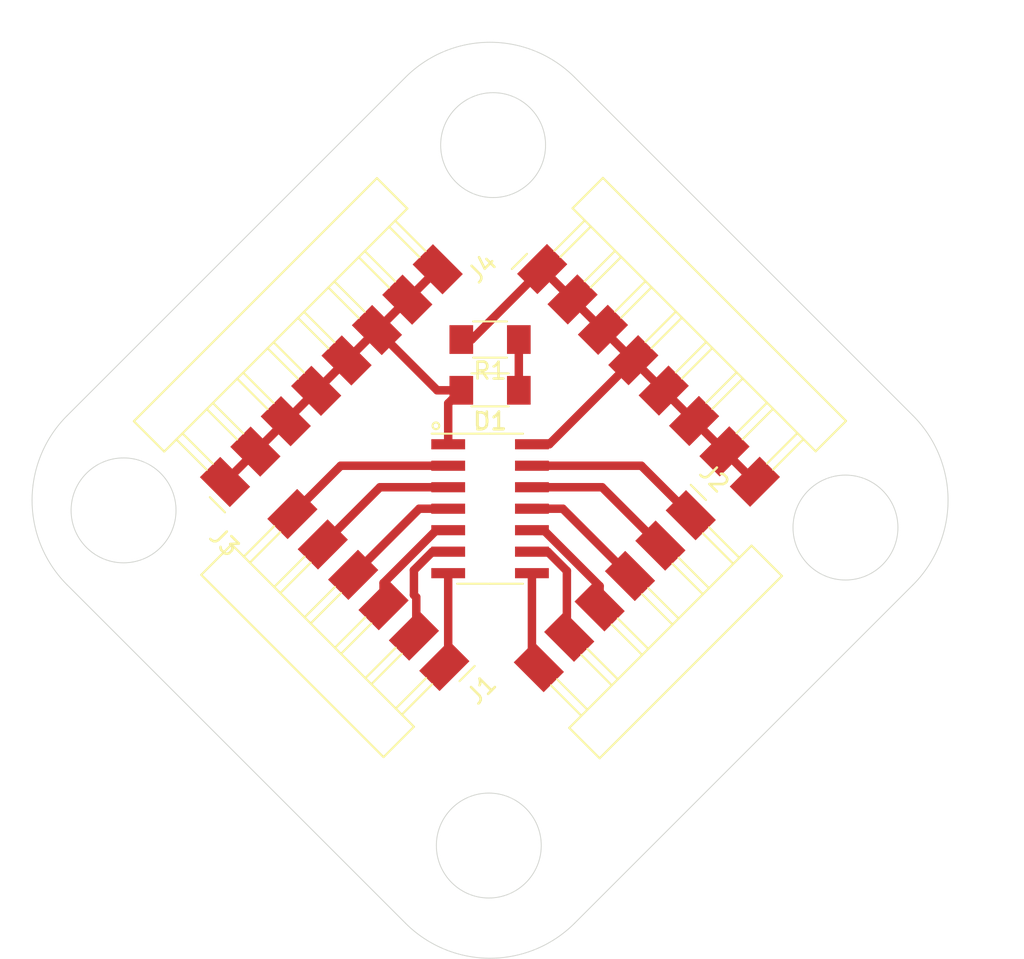
<source format=kicad_pcb>
(kicad_pcb (version 20240108) (generator "pcbnew") (generator_version "8.0")
  (layers (0 "F.Cu" signal) (31 "B.Cu" signal) (34 "B.Paste" user) (35 "F.Paste" user) (36 "B.SilkS" user "B.Silkscreen") (37 "F.SilkS" user "F.Silkscreen") (38 "B.Mask" user) (39 "F.Mask" user) (44 "Edge.Cuts" user))
  (net 0 "")
  (net 1 "Net-(J2-Pin_2)")
  (net 2 "Net-(J2-Pin_4)")
  (net 3 "Net-(J2-Pin_5)")
  (net 4 "Net-(J2-Pin_3)")
  (net 5 "Net-(J2-Pin_6)")
  (net 6 "Net-(J1-Pin_3)")
  (net 7 "Net-(J1-Pin_1)")
  (net 8 "Net-(J1-Pin_4)")
  (net 9 "Net-(J1-Pin_6)")
  (net 10 "Net-(J1-Pin_2)")
  (net 11 "Net-(J1-Pin_5)")
  (net 12 "Net-(J2-Pin_1)")
  (net 13 "Net-(D1-A)")
  (net 14 "Net-(D1-K)")
  (net 15 "Net-(J4-Pin_1)")
  (footprint "fab:LED_1206" (layer "F.Cu") (at 170 78.5 180)
    (property "Reference" "D1" (at 0 -1.85 180) (layer "F.SilkS"))
    (property "Value" "LED_1206")
    (fp_line (start -1.1 1) (end 1.1 1) (stroke (width 0.12)) (layer "F.SilkS"))
    (fp_line (start -1.1 -0.95) (end 1.1 -0.95) (stroke (width 0.12)) (layer "F.SilkS"))
    (pad "1" smd rect (at -1.7 0 180) (size 1.4 1.7) (layers "F.Cu" "F.Paste" "F.Mask") (net 14 "Net-(D1-K)"))
    (pad "2" smd rect (at 1.7 0 180) (size 1.4 1.7) (layers "F.Cu" "F.Paste" "F.Mask") (net 13 "Net-(D1-A)"))
  )
  (footprint "fab:PinHeader_1x08_P2.54mm_Horizontal_SMD" (layer "F.Cu") (at 154.333096 83.919596 135)
    (property "Reference" "J3" (at -1.524 -2.54 315) (layer "F.SilkS") (effects (justify left)))
    (property "Value" "Conn_PinHeader_1x08_P2.54mm_Horizontal_SMD")
    (fp_line (start 6.35 -1.270001) (end 6.35 19.05) (stroke (width 0.12)) (layer "F.SilkS"))
    (fp_line (start 3.81 -1.27) (end 6.35 -1.270001) (stroke (width 0.12)) (layer "F.SilkS"))
    (fp_line (start 3.81 -0.254) (end 1.27 -0.254001) (stroke (width 0.12)) (layer "F.SilkS"))
    (fp_line (start 3.81 0.254) (end 1.27 0.254001) (stroke (width 0.12)) (layer "F.SilkS"))
    (fp_line (start 3.81 2.286) (end 1.270001 2.286) (stroke (width 0.12)) (layer "F.SilkS"))
    (fp_line (start 3.81 2.794) (end 1.27 2.794) (stroke (width 0.12)) (layer "F.SilkS"))
    (fp_line (start -1.27 -1.27) (end 0 -1.270001) (stroke (width 0.12)) (layer "F.SilkS"))
    (fp_line (start 3.81 4.826) (end 1.27 4.826) (stroke (width 0.12)) (layer "F.SilkS"))
    (fp_line (start 3.81 5.334) (end 1.27 5.334) (stroke (width 0.12)) (layer "F.SilkS"))
    (fp_line (start 3.81 7.366) (end 1.27 7.366) (stroke (width 0.12)) (layer "F.SilkS"))
    (fp_line (start 3.81 7.874) (end 1.27 7.874) (stroke (width 0.12)) (layer "F.SilkS"))
    (fp_line (start 3.81 9.906) (end 1.27 9.906) (stroke (width 0.12)) (layer "F.SilkS"))
    (fp_line (start 3.81 10.414) (end 1.270001 10.414) (stroke (width 0.12)) (layer "F.SilkS"))
    (fp_line (start 3.81 12.446) (end 1.270001 12.446) (stroke (width 0.12)) (layer "F.SilkS"))
    (fp_line (start 3.81 12.954) (end 1.27 12.954) (stroke (width 0.12)) (layer "F.SilkS"))
    (fp_line (start 3.81 14.986) (end 1.27 14.986) (stroke (width 0.12)) (layer "F.SilkS"))
    (fp_line (start 3.81 15.494) (end 1.27 15.494) (stroke (width 0.12)) (layer "F.SilkS"))
    (fp_line (start 6.35 19.05) (end 3.81 19.05) (stroke (width 0.12)) (layer "F.SilkS"))
    (fp_line (start 3.81 17.526) (end 1.27 17.526) (stroke (width 0.12)) (layer "F.SilkS"))
    (fp_line (start 3.81 18.034) (end 1.27 18.034) (stroke (width 0.12)) (layer "F.SilkS"))
    (fp_line (start 3.81 19.05) (end 3.81 -1.27) (stroke (width 0.12)) (layer "F.SilkS"))
    (pad "1" smd rect (at 0 0 135) (size 2.5 1.7) (layers "F.Cu" "F.Paste" "F.Mask") (net 13 "Net-(D1-A)"))
    (pad "2" smd rect (at 0 2.54 135) (size 2.5 1.7) (layers "F.Cu" "F.Paste" "F.Mask") (net 13 "Net-(D1-A)"))
    (pad "3" smd rect (at 0 5.079999 135) (size 2.5 1.7) (layers "F.Cu" "F.Paste" "F.Mask") (net 13 "Net-(D1-A)"))
    (pad "4" smd rect (at 0 7.62 135) (size 2.5 1.7) (layers "F.Cu" "F.Paste" "F.Mask") (net 13 "Net-(D1-A)"))
    (pad "5" smd rect (at 0 10.16 135) (size 2.5 1.7) (layers "F.Cu" "F.Paste" "F.Mask") (net 13 "Net-(D1-A)"))
    (pad "6" smd rect (at 0 12.7 135) (size 2.5 1.7) (layers "F.Cu" "F.Paste" "F.Mask") (net 13 "Net-(D1-A)"))
    (pad "7" smd rect (at 0 15.24 135) (size 2.5 1.7) (layers "F.Cu" "F.Paste" "F.Mask") (net 13 "Net-(D1-A)"))
    (pad "8" smd rect (at 0 17.780001 135) (size 2.5 1.7) (layers "F.Cu" "F.Paste" "F.Mask") (net 13 "Net-(D1-A)"))
  )
  (footprint "fab:SOIC-14_3.9x8.7mm_P1.27mm" (layer "F.Cu") (at 170 85.5)
    (property "Reference" "U1" (at 0 -5.2 0) (layer "F.SilkS"))
    (property "Value" "Microcontroller_ATtiny1614-SSFR")
    (fp_line (start 0 -4.435) (end -3.45 -4.435) (stroke (width 0.12)) (layer "F.SilkS"))
    (fp_line (start 0 -4.435) (end 1.95 -4.435) (stroke (width 0.12)) (layer "F.SilkS"))
    (fp_line (start 0 4.435) (end -1.95 4.435) (stroke (width 0.12)) (layer "F.SilkS"))
    (fp_line (start 0 4.435) (end 1.95 4.435) (stroke (width 0.12)) (layer "F.SilkS"))
    (fp_circle (center -3.2 -4.9) (end -3.2 -4.7) (stroke (width 0.12)) (fill none) (layer "F.SilkS"))
    (pad "1" smd rect (at -2.475 -3.81) (size 2 0.6) (layers "F.Cu" "F.Paste" "F.Mask") (net 13 "Net-(D1-A)"))
    (pad "2" smd rect (at -2.475 -2.54) (size 2 0.6) (layers "F.Cu" "F.Paste" "F.Mask") (net 9 "Net-(J1-Pin_6)"))
    (pad "3" smd rect (at -2.475 -1.27) (size 2 0.6) (layers "F.Cu" "F.Paste" "F.Mask") (net 11 "Net-(J1-Pin_5)"))
    (pad "4" smd rect (at -2.475 0) (size 2 0.6) (layers "F.Cu" "F.Paste" "F.Mask") (net 8 "Net-(J1-Pin_4)"))
    (pad "5" smd rect (at -2.475 1.27) (size 2 0.6) (layers "F.Cu" "F.Paste" "F.Mask") (net 6 "Net-(J1-Pin_3)"))
    (pad "6" smd rect (at -2.475 2.54) (size 2 0.6) (layers "F.Cu" "F.Paste" "F.Mask") (net 10 "Net-(J1-Pin_2)"))
    (pad "7" smd rect (at -2.475 3.81) (size 2 0.6) (layers "F.Cu" "F.Paste" "F.Mask") (net 7 "Net-(J1-Pin_1)"))
    (pad "8" smd rect (at 2.475 3.81) (size 2 0.6) (layers "F.Cu" "F.Paste" "F.Mask") (net 5 "Net-(J2-Pin_6)"))
    (pad "9" smd rect (at 2.475 2.54) (size 2 0.6) (layers "F.Cu" "F.Paste" "F.Mask") (net 3 "Net-(J2-Pin_5)"))
    (pad "10" smd rect (at 2.475 1.27) (size 2 0.6) (layers "F.Cu" "F.Paste" "F.Mask") (net 2 "Net-(J2-Pin_4)"))
    (pad "11" smd rect (at 2.475 0) (size 2 0.6) (layers "F.Cu" "F.Paste" "F.Mask") (net 4 "Net-(J2-Pin_3)"))
    (pad "12" smd rect (at 2.475 -1.27) (size 2 0.6) (layers "F.Cu" "F.Paste" "F.Mask") (net 1 "Net-(J2-Pin_2)"))
    (pad "13" smd rect (at 2.475 -2.54) (size 2 0.6) (layers "F.Cu" "F.Paste" "F.Mask") (net 12 "Net-(J2-Pin_1)"))
    (pad "14" smd rect (at 2.475 -3.81) (size 2 0.6) (layers "F.Cu" "F.Paste" "F.Mask") (net 15 "Net-(J4-Pin_1)"))
  )
  (footprint "fab:PinHeader_1x06_P2.54mm_Horizontal_SMD" (layer "F.Cu") (at 167.296051 94.796051 -135)
    (property "Reference" "J1" (at -1.524 -2.54 225) (layer "F.SilkS") (effects (justify right)))
    (property "Value" "Conn_PinHeader_1x06_P2.54mm_Horizontal_SMD")
    (fp_line (start 6.35 13.97) (end 3.81 13.97) (stroke (width 0.12)) (layer "F.SilkS"))
    (fp_line (start 3.81 13.97) (end 3.81 -1.27) (stroke (width 0.12)) (layer "F.SilkS"))
    (fp_line (start 3.81 12.954) (end 1.27 12.954) (stroke (width 0.12)) (layer "F.SilkS"))
    (fp_line (start 3.81 12.446) (end 1.270001 12.446) (stroke (width 0.12)) (layer "F.SilkS"))
    (fp_line (start 3.81 10.414) (end 1.270001 10.414) (stroke (width 0.12)) (layer "F.SilkS"))
    (fp_line (start 3.81 9.906) (end 1.27 9.906) (stroke (width 0.12)) (layer "F.SilkS"))
    (fp_line (start 3.81 7.874) (end 1.27 7.874) (stroke (width 0.12)) (layer "F.SilkS"))
    (fp_line (start 3.81 7.366) (end 1.27 7.366) (stroke (width 0.12)) (layer "F.SilkS"))
    (fp_line (start 3.81 5.334) (end 1.27 5.334) (stroke (width 0.12)) (layer "F.SilkS"))
    (fp_line (start 3.81 4.826) (end 1.27 4.826) (stroke (width 0.12)) (layer "F.SilkS"))
    (fp_line (start 3.81 2.794) (end 1.27 2.794) (stroke (width 0.12)) (layer "F.SilkS"))
    (fp_line (start 3.81 2.286) (end 1.270001 2.286) (stroke (width 0.12)) (layer "F.SilkS"))
    (fp_line (start 6.35 -1.270001) (end 6.35 13.97) (stroke (width 0.12)) (layer "F.SilkS"))
    (fp_line (start 3.81 0.254) (end 1.27 0.254001) (stroke (width 0.12)) (layer "F.SilkS"))
    (fp_line (start 3.81 -0.254) (end 1.27 -0.254001) (stroke (width 0.12)) (layer "F.SilkS"))
    (fp_line (start 3.81 -1.27) (end 6.35 -1.270001) (stroke (width 0.12)) (layer "F.SilkS"))
    (fp_line (start -1.27 -1.27) (end 0 -1.270001) (stroke (width 0.12)) (layer "F.SilkS"))
    (pad "1" smd rect (at 0 0 225) (size 2.5 1.7) (layers "F.Cu" "F.Paste" "F.Mask") (net 7 "Net-(J1-Pin_1)"))
    (pad "2" smd rect (at 0 2.54 225) (size 2.5 1.7) (layers "F.Cu" "F.Paste" "F.Mask") (net 10 "Net-(J1-Pin_2)"))
    (pad "3" smd rect (at 0 5.079999 225) (size 2.5 1.7) (layers "F.Cu" "F.Paste" "F.Mask") (net 6 "Net-(J1-Pin_3)"))
    (pad "4" smd rect (at 0 7.62 225) (size 2.5 1.7) (layers "F.Cu" "F.Paste" "F.Mask") (net 8 "Net-(J1-Pin_4)"))
    (pad "5" smd rect (at 0 10.16 225) (size 2.5 1.7) (layers "F.Cu" "F.Paste" "F.Mask") (net 11 "Net-(J1-Pin_5)"))
    (pad "6" smd rect (at 0 12.7 225) (size 2.5 1.7) (layers "F.Cu" "F.Paste" "F.Mask") (net 9 "Net-(J1-Pin_6)"))
  )
  (footprint "fab:PinHeader_1x08_P2.54mm_Horizontal_SMD" (layer "F.Cu") (at 173.080404 71.333096 45)
    (property "Reference" "J4" (at -1.524 -2.54 45) (layer "F.SilkS") (effects (justify right)))
    (property "Value" "Conn_PinHeader_1x08_P2.54mm_Horizontal_SMD")
    (fp_line (start -1.27 -1.27) (end 0 -1.270001) (stroke (width 0.12)) (layer "F.SilkS"))
    (fp_line (start 3.81 -1.27) (end 6.35 -1.270001) (stroke (width 0.12)) (layer "F.SilkS"))
    (fp_line (start 3.81 -0.254) (end 1.27 -0.254001) (stroke (width 0.12)) (layer "F.SilkS"))
    (fp_line (start 3.81 0.254) (end 1.27 0.254001) (stroke (width 0.12)) (layer "F.SilkS"))
    (fp_line (start 6.35 -1.270001) (end 6.35 19.05) (stroke (width 0.12)) (layer "F.SilkS"))
    (fp_line (start 3.81 2.286) (end 1.270001 2.286) (stroke (width 0.12)) (layer "F.SilkS"))
    (fp_line (start 3.81 2.794) (end 1.27 2.794) (stroke (width 0.12)) (layer "F.SilkS"))
    (fp_line (start 3.81 4.826) (end 1.27 4.826) (stroke (width 0.12)) (layer "F.SilkS"))
    (fp_line (start 3.81 5.334) (end 1.27 5.334) (stroke (width 0.12)) (layer "F.SilkS"))
    (fp_line (start 3.81 7.366) (end 1.27 7.366) (stroke (width 0.12)) (layer "F.SilkS"))
    (fp_line (start 3.81 7.874) (end 1.27 7.874) (stroke (width 0.12)) (layer "F.SilkS"))
    (fp_line (start 3.81 9.906) (end 1.27 9.906) (stroke (width 0.12)) (layer "F.SilkS"))
    (fp_line (start 3.81 10.414) (end 1.270001 10.414) (stroke (width 0.12)) (layer "F.SilkS"))
    (fp_line (start 3.81 12.446) (end 1.270001 12.446) (stroke (width 0.12)) (layer "F.SilkS"))
    (fp_line (start 3.81 12.954) (end 1.27 12.954) (stroke (width 0.12)) (layer "F.SilkS"))
    (fp_line (start 3.81 14.986) (end 1.27 14.986) (stroke (width 0.12)) (layer "F.SilkS"))
    (fp_line (start 3.81 15.494) (end 1.27 15.494) (stroke (width 0.12)) (layer "F.SilkS"))
    (fp_line (start 3.81 17.526) (end 1.27 17.526) (stroke (width 0.12)) (layer "F.SilkS"))
    (fp_line (start 3.81 18.034) (end 1.27 18.034) (stroke (width 0.12)) (layer "F.SilkS"))
    (fp_line (start 3.81 19.05) (end 3.81 -1.27) (stroke (width 0.12)) (layer "F.SilkS"))
    (fp_line (start 6.35 19.05) (end 3.81 19.05) (stroke (width 0.12)) (layer "F.SilkS"))
    (pad "1" smd rect (at 0 0 45) (size 2.5 1.7) (layers "F.Cu" "F.Paste" "F.Mask") (net 15 "Net-(J4-Pin_1)"))
    (pad "2" smd rect (at 0 2.54 45) (size 2.5 1.7) (layers "F.Cu" "F.Paste" "F.Mask") (net 15 "Net-(J4-Pin_1)"))
    (pad "3" smd rect (at 0 5.079999 45) (size 2.5 1.7) (layers "F.Cu" "F.Paste" "F.Mask") (net 15 "Net-(J4-Pin_1)"))
    (pad "4" smd rect (at 0 7.62 45) (size 2.5 1.7) (layers "F.Cu" "F.Paste" "F.Mask") (net 15 "Net-(J4-Pin_1)"))
    (pad "5" smd rect (at 0 10.16 45) (size 2.5 1.7) (layers "F.Cu" "F.Paste" "F.Mask") (net 15 "Net-(J4-Pin_1)"))
    (pad "6" smd rect (at 0 12.7 45) (size 2.5 1.7) (layers "F.Cu" "F.Paste" "F.Mask") (net 15 "Net-(J4-Pin_1)"))
    (pad "7" smd rect (at 0 15.24 45) (size 2.5 1.7) (layers "F.Cu" "F.Paste" "F.Mask") (net 15 "Net-(J4-Pin_1)"))
    (pad "8" smd rect (at 0 17.780001 45) (size 2.5 1.7) (layers "F.Cu" "F.Paste" "F.Mask") (net 15 "Net-(J4-Pin_1)"))
  )
  (footprint "fab:R_1206" (layer "F.Cu") (at 170 75.5 180)
    (property "Reference" "R1" (at 0 -1.85 180) (layer "F.SilkS"))
    (property "Value" "R_1206")
    (fp_line (start 1 1.07) (end -1 1.07) (stroke (width 0.12)) (layer "F.SilkS"))
    (fp_line (start -1 -1.07) (end 1 -1.07) (stroke (width 0.12)) (layer "F.SilkS"))
    (pad "1" smd rect (at -1.7 0 180) (size 1.4 1.7) (layers "F.Cu" "F.Paste" "F.Mask") (net 14 "Net-(D1-K)"))
    (pad "2" smd rect (at 1.7 0 180) (size 1.4 1.7) (layers "F.Cu" "F.Paste" "F.Mask") (net 15 "Net-(J4-Pin_1)"))
  )
  (footprint "fab:PinHeader_1x06_P2.54mm_Horizontal_SMD" (layer "F.Cu") (at 181.863783 85.883526 -45)
    (property "Reference" "J2" (at -1.524 -2.54 135) (layer "F.SilkS") (effects (justify left)))
    (property "Value" "Conn_PinHeader_1x06_P2.54mm_Horizontal_SMD")
    (fp_line (start 3.81 13.97) (end 3.81 -1.27) (stroke (width 0.12)) (layer "F.SilkS"))
    (fp_line (start 3.81 12.954) (end 1.27 12.954) (stroke (width 0.12)) (layer "F.SilkS"))
    (fp_line (start 3.81 12.446) (end 1.270001 12.446) (stroke (width 0.12)) (layer "F.SilkS"))
    (fp_line (start 6.35 13.97) (end 3.81 13.97) (stroke (width 0.12)) (layer "F.SilkS"))
    (fp_line (start 3.81 10.414) (end 1.270001 10.414) (stroke (width 0.12)) (layer "F.SilkS"))
    (fp_line (start 3.81 9.906) (end 1.27 9.906) (stroke (width 0.12)) (layer "F.SilkS"))
    (fp_line (start 3.81 7.874) (end 1.27 7.874) (stroke (width 0.12)) (layer "F.SilkS"))
    (fp_line (start 3.81 7.366) (end 1.27 7.366) (stroke (width 0.12)) (layer "F.SilkS"))
    (fp_line (start 3.81 5.334) (end 1.27 5.334) (stroke (width 0.12)) (layer "F.SilkS"))
    (fp_line (start 3.81 4.826) (end 1.27 4.826) (stroke (width 0.12)) (layer "F.SilkS"))
    (fp_line (start -1.27 -1.27) (end 0 -1.270001) (stroke (width 0.12)) (layer "F.SilkS"))
    (fp_line (start 3.81 2.794) (end 1.27 2.794) (stroke (width 0.12)) (layer "F.SilkS"))
    (fp_line (start 3.81 2.286) (end 1.270001 2.286) (stroke (width 0.12)) (layer "F.SilkS"))
    (fp_line (start 3.81 0.254) (end 1.27 0.254001) (stroke (width 0.12)) (layer "F.SilkS"))
    (fp_line (start 3.81 -0.254) (end 1.27 -0.254001) (stroke (width 0.12)) (layer "F.SilkS"))
    (fp_line (start 3.81 -1.27) (end 6.35 -1.270001) (stroke (width 0.12)) (layer "F.SilkS"))
    (fp_line (start 6.35 -1.270001) (end 6.35 13.97) (stroke (width 0.12)) (layer "F.SilkS"))
    (pad "1" smd rect (at 0 0 315) (size 2.5 1.7) (layers "F.Cu" "F.Paste" "F.Mask") (net 12 "Net-(J2-Pin_1)"))
    (pad "2" smd rect (at 0 2.54 315) (size 2.5 1.7) (layers "F.Cu" "F.Paste" "F.Mask") (net 1 "Net-(J2-Pin_2)"))
    (pad "3" smd rect (at 0 5.079999 315) (size 2.5 1.7) (layers "F.Cu" "F.Paste" "F.Mask") (net 4 "Net-(J2-Pin_3)"))
    (pad "4" smd rect (at 0 7.62 315) (size 2.5 1.7) (layers "F.Cu" "F.Paste" "F.Mask") (net 2 "Net-(J2-Pin_4)"))
    (pad "5" smd rect (at 0 10.16 315) (size 2.5 1.7) (layers "F.Cu" "F.Paste" "F.Mask") (net 3 "Net-(J2-Pin_5)"))
    (pad "6" smd rect (at 0 12.7 315) (size 2.5 1.7) (layers "F.Cu" "F.Paste" "F.Mask") (net 5 "Net-(J2-Pin_6)"))
  )
  (gr_circle (center 148.336 85.598) (end 146.558 83.058) (stroke (width 0.05)) (fill none) (layer "Edge.Cuts"))
  (gr_arc (start 145.000001 89.999999) (mid 142.928934 85) (end 145.000001 80.000001) (stroke (width 0.05)) (layer "Edge.Cuts"))
  (gr_arc (start 174.999999 109.999999) (mid 170 112.071066) (end 165.000001 109.999999) (stroke (width 0.05)) (layer "Edge.Cuts"))
  (gr_circle (center 170.18 64.008) (end 168.402 61.468) (stroke (width 0.05)) (fill none) (layer "Edge.Cuts"))
  (gr_arc (start 194.999999 80.000001) (mid 197.071066 85) (end 194.999999 89.999999) (stroke (width 0.05)) (layer "Edge.Cuts"))
  (gr_circle (center 191.008 86.614) (end 189.23 84.074) (stroke (width 0.05)) (fill none) (layer "Edge.Cuts"))
  (gr_line (start 175 60) (end 195 80) (stroke (width 0.05)) (layer "Edge.Cuts"))
  (gr_circle (center 169.926 105.41) (end 168.148 102.87) (stroke (width 0.05)) (fill none) (layer "Edge.Cuts"))
  (gr_line (start 165 110) (end 145 90) (stroke (width 0.05)) (layer "Edge.Cuts"))
  (gr_arc (start 165.000001 60.000001) (mid 170 57.928934) (end 174.999999 60.000001) (stroke (width 0.05)) (layer "Edge.Cuts"))
  (gr_line (start 195 90) (end 175 110) (stroke (width 0.05)) (layer "Edge.Cuts"))
  (gr_line (start 145 80) (end 165 60) (stroke (width 0.05)) (layer "Edge.Cuts"))
  (segment (start 172.475 84.23) (end 176.618155 84.23) (width 0.5) (layer "F.Cu") (net 1))
  (segment (start 176.618155 84.23) (end 180.067732 87.679577) (width 0.5) (layer "F.Cu") (net 1))
  (segment (start 176.475629 90.070629) (end 176.475629 91.27168) (width 0.5) (layer "F.Cu") (net 2))
  (segment (start 173.175 86.77) (end 176.475629 90.070629) (width 0.5) (layer "F.Cu") (net 2))
  (segment (start 172.475 86.77) (end 173.175 86.77) (width 0.5) (layer "F.Cu") (net 2))
  (segment (start 174.540705 89.175705) (end 174.540705 92.928858) (width 0.5) (layer "F.Cu") (net 3))
  (segment (start 174.540705 92.928858) (end 174.679578 93.067731) (width 0.5) (layer "F.Cu") (net 3))
  (segment (start 172.475 88.04) (end 173.405 88.04) (width 0.5) (layer "F.Cu") (net 3))
  (segment (start 173.405 88.04) (end 174.540705 89.175705) (width 0.5) (layer "F.Cu") (net 3))
  (segment (start 174.296053 85.5) (end 178.271681 89.475628) (width 0.5) (layer "F.Cu") (net 4))
  (segment (start 172.475 85.5) (end 174.296053 85.5) (width 0.5) (layer "F.Cu") (net 4))
  (segment (start 172.475 94.455255) (end 172.883527 94.863782) (width 0.5) (layer "F.Cu") (net 5))
  (segment (start 172.475 89.31) (end 172.475 94.455255) (width 0.5) (layer "F.Cu") (net 5))
  (segment (start 163.703949 89.891051) (end 163.703949 91.203949) (width 0.5) (layer "F.Cu") (net 6))
  (segment (start 167.525 86.77) (end 166.825 86.77) (width 0.5) (layer "F.Cu") (net 6))
  (segment (start 166.825 86.77) (end 163.703949 89.891051) (width 0.5) (layer "F.Cu") (net 6))
  (segment (start 167.525 94.567102) (end 167.296051 94.796051) (width 0.5) (layer "F.Cu") (net 7))
  (segment (start 167.525 89.31) (end 167.525 94.567102) (width 0.5) (layer "F.Cu") (net 7))
  (segment (start 165.815794 85.5) (end 161.907897 89.407897) (width 0.5) (layer "F.Cu") (net 8))
  (segment (start 167.525 85.5) (end 165.815794 85.5) (width 0.5) (layer "F.Cu") (net 8))
  (segment (start 161.17159 82.96) (end 158.315795 85.815795) (width 0.5) (layer "F.Cu") (net 9))
  (segment (start 167.525 82.96) (end 161.17159 82.96) (width 0.5) (layer "F.Cu") (net 9))
  (segment (start 165.5 90.595836) (end 165.5 89.135) (width 0.5) (layer "F.Cu") (net 10))
  (segment (start 165.5 93) (end 165.638873 92.861127) (width 0.5) (layer "F.Cu") (net 10))
  (segment (start 165.638873 90.734709) (end 165.5 90.595836) (width 0.5) (layer "F.Cu") (net 10))
  (segment (start 165.5 89.135) (end 166.595 88.04) (width 0.5) (layer "F.Cu") (net 10))
  (segment (start 166.595 88.04) (end 167.525 88.04) (width 0.5) (layer "F.Cu") (net 10))
  (segment (start 165.638873 92.861127) (end 165.638873 90.734709) (width 0.5) (layer "F.Cu") (net 10))
  (segment (start 163.493692 84.23) (end 160.111846 87.611846) (width 0.5) (layer "F.Cu") (net 11))
  (segment (start 167.525 84.23) (end 163.493692 84.23) (width 0.5) (layer "F.Cu") (net 11))
  (segment (start 172.475 82.96) (end 178.940257 82.96) (width 0.5) (layer "F.Cu") (net 12))
  (segment (start 178.940257 82.96) (end 181.863783 85.883526) (width 0.5) (layer "F.Cu") (net 12))
  (segment (start 168.3 78.5) (end 166.874012 78.5) (width 0.5) (layer "F.Cu") (net 13))
  (segment (start 166.905455 71.347237) (end 154.333096 83.919596) (width 0.5) (layer "F.Cu") (net 13))
  (segment (start 167.525 81.69) (end 167.525 79.275) (width 0.5) (layer "F.Cu") (net 13))
  (segment (start 166.874012 78.5) (end 163.313352 74.93934) (width 0.5) (layer "F.Cu") (net 13))
  (segment (start 167.525 79.275) (end 168.3 78.5) (width 0.5) (layer "F.Cu") (net 13))
  (segment (start 171.7 78.5) (end 171.7 75.5) (width 0.5) (layer "F.Cu") (net 14))
  (segment (start 168.3 75.5) (end 168.9135 75.5) (width 0.5) (layer "F.Cu") (net 15))
  (segment (start 173.499808 81.69) (end 178.468558 76.72125) (width 0.5) (layer "F.Cu") (net 15))
  (segment (start 168.9135 75.5) (end 173.080404 71.333096) (width 0.5) (layer "F.Cu") (net 15))
  (segment (start 172.475 81.69) (end 173.499808 81.69) (width 0.5) (layer "F.Cu") (net 15))
  (segment (start 173.080404 71.333096) (end 185.652763 83.905455) (width 0.5) (layer "F.Cu") (net 15))
)
</source>
